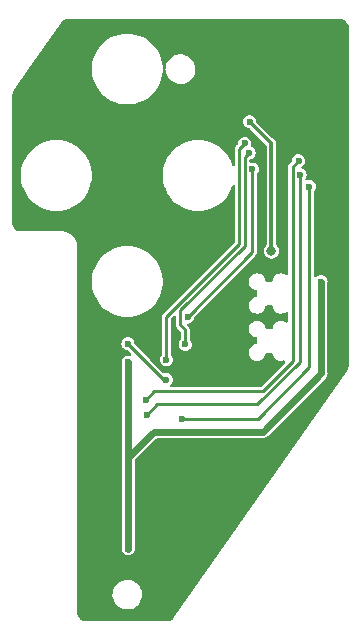
<source format=gbr>
%TF.GenerationSoftware,KiCad,Pcbnew,7.99.0-1.20230926git54171ec.fc37*%
%TF.CreationDate,2023-10-03T14:22:34+01:00*%
%TF.ProjectId,bugg-led-r5,62756767-2d6c-4656-942d-72352e6b6963,rev?*%
%TF.SameCoordinates,Original*%
%TF.FileFunction,Copper,L1,Top*%
%TF.FilePolarity,Positive*%
%FSLAX46Y46*%
G04 Gerber Fmt 4.6, Leading zero omitted, Abs format (unit mm)*
G04 Created by KiCad (PCBNEW 7.99.0-1.20230926git54171ec.fc37) date 2023-10-03 14:22:34*
%MOMM*%
%LPD*%
G01*
G04 APERTURE LIST*
%TA.AperFunction,ViaPad*%
%ADD10C,0.800000*%
%TD*%
%TA.AperFunction,ViaPad*%
%ADD11C,0.600000*%
%TD*%
%TA.AperFunction,Conductor*%
%ADD12C,0.300000*%
%TD*%
%TA.AperFunction,Conductor*%
%ADD13C,0.250000*%
%TD*%
%TA.AperFunction,Conductor*%
%ADD14C,0.600000*%
%TD*%
G04 APERTURE END LIST*
D10*
%TO.N,GND*%
X9525000Y3775000D03*
X16200000Y-5100000D03*
X16200000Y-4300000D03*
X13900000Y3525000D03*
X8925000Y-16175000D03*
D11*
%TO.N,+3V3*%
X10350000Y4550000D03*
D10*
X12200000Y-6400000D03*
D11*
%TO.N,Net-(LED201-GK)*%
X50000Y-14250000D03*
X3300000Y-17300000D03*
%TO.N,/LED1_B*%
X10600000Y550000D03*
X5125010Y-11974398D03*
%TO.N,/LED1_G*%
X4900000Y-14300000D03*
X10300000Y1900000D03*
%TO.N,/LED1_R*%
X9950000Y2700000D03*
X3300000Y-15600000D03*
%TO.N,/LED2_B*%
X15425010Y-950000D03*
X4650000Y-20600000D03*
%TO.N,/LED2_G*%
X14625010Y50000D03*
X1650000Y-20250000D03*
%TO.N,/LED2_R*%
X14500000Y1250000D03*
X1600000Y-19000000D03*
%TO.N,+5V*%
X100000Y-23850000D03*
X100000Y-15800000D03*
X100000Y-31600000D03*
X16400000Y-9000000D03*
%TD*%
D12*
%TO.N,+3V3*%
X12200000Y2700000D02*
X10350000Y4550000D01*
X12200000Y-6400000D02*
X12200000Y2700000D01*
D13*
%TO.N,Net-(LED201-GK)*%
X50000Y-14250000D02*
X3100000Y-17300000D01*
X3100000Y-17300000D02*
X3300000Y-17300000D01*
%TO.N,/LED1_B*%
X10600000Y-6499408D02*
X5125010Y-11974398D01*
X10600000Y550000D02*
X10600000Y-6499408D01*
%TO.N,/LED1_G*%
X4900000Y-14300000D02*
X4900000Y-13050000D01*
X4500000Y-11436411D02*
X9950011Y-5986400D01*
X4900000Y-13050000D02*
X4500000Y-12650000D01*
X4500000Y-12650000D02*
X4500000Y-11436411D01*
X9950011Y1550011D02*
X10300000Y1900000D01*
X9950011Y-5986400D02*
X9950011Y1550011D01*
%TO.N,/LED1_R*%
X9500000Y-5800000D02*
X3300000Y-12000000D01*
X9950000Y2700000D02*
X9500000Y2250000D01*
X3300000Y-12000000D02*
X3300000Y-15600000D01*
X9500000Y2250000D02*
X9500000Y-5800000D01*
%TO.N,/LED2_B*%
X11050000Y-20600000D02*
X15425010Y-16224990D01*
X15425010Y-16224990D02*
X15425010Y-950000D01*
X4650000Y-20600000D02*
X11050000Y-20600000D01*
%TO.N,/LED2_G*%
X2500000Y-19400000D02*
X10986410Y-19400000D01*
X10986410Y-19400000D02*
X14625010Y-15761400D01*
X14625010Y-15761400D02*
X14625010Y50000D01*
X1650000Y-20250000D02*
X2500000Y-19400000D01*
%TO.N,/LED2_R*%
X1600000Y-19000000D02*
X2300000Y-18300000D01*
X14000000Y-15750000D02*
X14000000Y750000D01*
X14000000Y750000D02*
X14500000Y1250000D01*
X11450000Y-18300000D02*
X14000000Y-15750000D01*
X2300000Y-18300000D02*
X11450000Y-18300000D01*
D14*
%TO.N,+5V*%
X16400000Y-16750000D02*
X16400000Y-9000000D01*
X2250000Y-21700000D02*
X11450000Y-21700000D01*
X100000Y-23850000D02*
X2250000Y-21700000D01*
X100000Y-31600000D02*
X100000Y-23850000D01*
X11450000Y-21700000D02*
X16400000Y-16750000D01*
X100000Y-23850000D02*
X100000Y-15800000D01*
%TD*%
%TA.AperFunction,Conductor*%
%TO.N,GND*%
G36*
X17945275Y13249408D02*
G01*
X17955567Y13249425D01*
X17955568Y13249425D01*
X17957237Y13249427D01*
X17996637Y13249493D01*
X18002825Y13249199D01*
X18133659Y13236513D01*
X18157932Y13231719D01*
X18274838Y13196407D01*
X18297706Y13186962D01*
X18405451Y13129489D01*
X18426034Y13115756D01*
X18520474Y13038332D01*
X18537976Y13020842D01*
X18615463Y12926457D01*
X18629209Y12905885D01*
X18686759Y12798175D01*
X18696219Y12775314D01*
X18731611Y12658436D01*
X18736423Y12634164D01*
X18749198Y12503333D01*
X18749496Y12497145D01*
X18749445Y12445559D01*
X18749500Y12444928D01*
X18749500Y-16058432D01*
X18749314Y-16063268D01*
X18741583Y-16163747D01*
X18738650Y-16182746D01*
X18717018Y-16275336D01*
X18711229Y-16293666D01*
X18675762Y-16381893D01*
X18667253Y-16399130D01*
X18615083Y-16487171D01*
X18612475Y-16491212D01*
X18582392Y-16534138D01*
X18582265Y-16534357D01*
X3983060Y-37384248D01*
X3982184Y-37385293D01*
X3952692Y-37427412D01*
X3948990Y-37432193D01*
X3865522Y-37529921D01*
X3848149Y-37546698D01*
X3754706Y-37621027D01*
X3734448Y-37634183D01*
X3628526Y-37689322D01*
X3606132Y-37698369D01*
X3491643Y-37732282D01*
X3467934Y-37736891D01*
X3376592Y-37745686D01*
X3339997Y-37749210D01*
X3333963Y-37749500D01*
X-3496906Y-37749500D01*
X-3503085Y-37749196D01*
X-3633866Y-37736315D01*
X-3658090Y-37731497D01*
X-3774948Y-37696049D01*
X-3797769Y-37686596D01*
X-3905457Y-37629035D01*
X-3925995Y-37615312D01*
X-4020384Y-37537849D01*
X-4037849Y-37520384D01*
X-4115312Y-37425995D01*
X-4129035Y-37405457D01*
X-4186596Y-37297769D01*
X-4196049Y-37274948D01*
X-4231497Y-37158090D01*
X-4236315Y-37133866D01*
X-4249196Y-37003085D01*
X-4249500Y-36996906D01*
X-4249500Y-35556330D01*
X-1254290Y-35556330D01*
X-1224075Y-35779387D01*
X-1154517Y-35993464D01*
X-1047852Y-36191681D01*
X-907508Y-36367666D01*
X-737996Y-36515765D01*
X-544764Y-36631215D01*
X-334024Y-36710307D01*
X-334019Y-36710307D01*
X-334019Y-36710308D01*
X-259184Y-36723888D01*
X-112547Y-36750500D01*
X-112546Y-36750500D01*
X56149Y-36750500D01*
X56155Y-36750500D01*
X213759Y-36736315D01*
X224189Y-36735377D01*
X224189Y-36735376D01*
X399507Y-36686991D01*
X441167Y-36675494D01*
X441167Y-36675493D01*
X441170Y-36675493D01*
X643973Y-36577829D01*
X826078Y-36445522D01*
X981632Y-36282825D01*
X1105635Y-36094968D01*
X1194103Y-35887988D01*
X1244191Y-35668537D01*
X1254290Y-35443670D01*
X1224075Y-35220613D01*
X1154517Y-35006536D01*
X1099897Y-34905035D01*
X1047855Y-34808324D01*
X1047851Y-34808317D01*
X907506Y-34632332D01*
X737998Y-34484237D01*
X737996Y-34484235D01*
X544764Y-34368785D01*
X334024Y-34289693D01*
X334019Y-34289691D01*
X144091Y-34255224D01*
X112547Y-34249500D01*
X-56155Y-34249500D01*
X-97870Y-34253254D01*
X-224189Y-34264622D01*
X-224189Y-34264623D01*
X-441167Y-34324505D01*
X-643968Y-34422168D01*
X-643976Y-34422173D01*
X-826078Y-34554478D01*
X-826079Y-34554479D01*
X-981630Y-34717172D01*
X-1041795Y-34808319D01*
X-1105635Y-34905032D01*
X-1194103Y-35112012D01*
X-1244191Y-35331463D01*
X-1254290Y-35556330D01*
X-4249500Y-35556330D01*
X-4249500Y-14250000D01*
X-505250Y-14250000D01*
X-486330Y-14393709D01*
X-453977Y-14471817D01*
X-430862Y-14527624D01*
X-342621Y-14642621D01*
X-227624Y-14730862D01*
X-181964Y-14749774D01*
X-93709Y-14786330D01*
X35479Y-14803338D01*
X100407Y-14832060D01*
X108128Y-14839165D01*
X310060Y-15041097D01*
X344086Y-15103409D01*
X339021Y-15174224D01*
X296474Y-15231060D01*
X229954Y-15255871D01*
X212366Y-15255898D01*
X166290Y-15252746D01*
X156710Y-15252091D01*
X152795Y-15251700D01*
X141558Y-15250221D01*
X100003Y-15244750D01*
X99999Y-15244750D01*
X95166Y-15245386D01*
X70138Y-15246169D01*
X62079Y-15245619D01*
X62078Y-15245619D01*
X62077Y-15245619D01*
X10212Y-15256396D01*
X5618Y-15257175D01*
X-43709Y-15263670D01*
X-43711Y-15263670D01*
X-51798Y-15267020D01*
X-74366Y-15273972D01*
X-86085Y-15276408D01*
X-130016Y-15299171D01*
X-134887Y-15301437D01*
X-177621Y-15319136D01*
X-177624Y-15319138D01*
X-177625Y-15319139D01*
X-187652Y-15326832D01*
X-206380Y-15338739D01*
X-220445Y-15346027D01*
X-254039Y-15377401D01*
X-258689Y-15381341D01*
X-292620Y-15407378D01*
X-302678Y-15420485D01*
X-316635Y-15435862D01*
X-331044Y-15449320D01*
X-335282Y-15456290D01*
X-353103Y-15485595D01*
X-356953Y-15491217D01*
X-372347Y-15511280D01*
X-380861Y-15522375D01*
X-380861Y-15522376D01*
X-380862Y-15522377D01*
X-388666Y-15541217D01*
X-397414Y-15558460D01*
X-409672Y-15578618D01*
X-415663Y-15600000D01*
X-420184Y-15616135D01*
X-422645Y-15623252D01*
X-436330Y-15656291D01*
X-439496Y-15680347D01*
X-443086Y-15697878D01*
X-450500Y-15724335D01*
X-450500Y-15724339D01*
X-450500Y-15759787D01*
X-451040Y-15768019D01*
X-455250Y-15799999D01*
X-455250Y-15800000D01*
X-451040Y-15831980D01*
X-450500Y-15840212D01*
X-450500Y-23809787D01*
X-451040Y-23818019D01*
X-455250Y-23849999D01*
X-455250Y-23858261D01*
X-455931Y-23858261D01*
X-455901Y-23860363D01*
X-455647Y-23860355D01*
X-455352Y-23868967D01*
X-455351Y-23868968D01*
X-455352Y-23868972D01*
X-452332Y-23886487D01*
X-450500Y-23907895D01*
X-450500Y-31559787D01*
X-451040Y-31568019D01*
X-455250Y-31600000D01*
X-450978Y-31632445D01*
X-450589Y-31636348D01*
X-450500Y-31637635D01*
X-450500Y-31637658D01*
X-446082Y-31669791D01*
X-445566Y-31673550D01*
X-443278Y-31690926D01*
X-436331Y-31743704D01*
X-436241Y-31744382D01*
X-435259Y-31749244D01*
X-435070Y-31749914D01*
X-435070Y-31749920D01*
X-406785Y-31815035D01*
X-380861Y-31877625D01*
X-380853Y-31877634D01*
X-377566Y-31883328D01*
X-375186Y-31888051D01*
X-374780Y-31888718D01*
X-374780Y-31888720D01*
X-331969Y-31941341D01*
X-292621Y-31992621D01*
X-292612Y-31992627D01*
X-286779Y-31998462D01*
X-287260Y-31998943D01*
X-285753Y-32000408D01*
X-285579Y-32000222D01*
X-279287Y-32006096D01*
X-279278Y-32006108D01*
X-226412Y-32043424D01*
X-177625Y-32080861D01*
X-177620Y-32080862D01*
X-170467Y-32084994D01*
X-170546Y-32085132D01*
X-155863Y-32093224D01*
X-155647Y-32093377D01*
X-99098Y-32113474D01*
X-96160Y-32114603D01*
X-43709Y-32136330D01*
X-42749Y-32136456D01*
X-16994Y-32142654D01*
X-13056Y-32144054D01*
X43298Y-32147908D01*
X47202Y-32148299D01*
X100000Y-32155250D01*
X100001Y-32155250D01*
X104823Y-32154615D01*
X129868Y-32153830D01*
X137921Y-32154381D01*
X189795Y-32143600D01*
X194357Y-32142826D01*
X243709Y-32136330D01*
X251795Y-32132980D01*
X274377Y-32126024D01*
X286085Y-32123592D01*
X330024Y-32100822D01*
X334887Y-32098562D01*
X377625Y-32080861D01*
X387652Y-32073165D01*
X406390Y-32061254D01*
X420447Y-32053971D01*
X454057Y-32022580D01*
X458673Y-32018669D01*
X492621Y-31992621D01*
X502681Y-31979509D01*
X516632Y-31964139D01*
X531044Y-31950680D01*
X553105Y-31914401D01*
X556952Y-31908781D01*
X580861Y-31877625D01*
X588668Y-31858774D01*
X597416Y-31841535D01*
X609672Y-31821382D01*
X620182Y-31783870D01*
X622644Y-31776750D01*
X624831Y-31771469D01*
X636330Y-31743709D01*
X639495Y-31719656D01*
X643087Y-31702116D01*
X650500Y-31675665D01*
X650500Y-31640212D01*
X651040Y-31631980D01*
X655250Y-31600000D01*
X655250Y-31599999D01*
X651040Y-31568019D01*
X650500Y-31559787D01*
X650500Y-24130214D01*
X670502Y-24062093D01*
X687405Y-24041119D01*
X2441119Y-22287405D01*
X2503431Y-22253379D01*
X2530214Y-22250500D01*
X11440603Y-22250500D01*
X11506826Y-22252762D01*
X11532730Y-22246448D01*
X11549772Y-22242296D01*
X11556116Y-22241090D01*
X11561444Y-22240357D01*
X11599920Y-22235070D01*
X11616225Y-22227986D01*
X11636590Y-22221138D01*
X11653852Y-22216933D01*
X11692402Y-22195256D01*
X11698167Y-22192394D01*
X11738720Y-22174780D01*
X11752506Y-22163563D01*
X11770264Y-22151477D01*
X11785759Y-22142766D01*
X11817033Y-22111490D01*
X11821805Y-22107184D01*
X11856108Y-22079278D01*
X11866360Y-22064752D01*
X11880197Y-22048326D01*
X14329497Y-19599026D01*
X16782604Y-17145920D01*
X16831043Y-17100681D01*
X16854015Y-17062903D01*
X16857650Y-17057563D01*
X16884361Y-17022342D01*
X16890880Y-17005809D01*
X16900437Y-16986566D01*
X16909672Y-16971382D01*
X16921603Y-16928795D01*
X16923649Y-16922710D01*
X16939876Y-16881564D01*
X16941694Y-16863879D01*
X16945704Y-16842779D01*
X16950500Y-16825665D01*
X16950500Y-16781452D01*
X16950831Y-16775004D01*
X16955352Y-16731029D01*
X16952332Y-16713511D01*
X16950500Y-16692104D01*
X16950500Y-9040212D01*
X16951040Y-9031980D01*
X16953285Y-9014926D01*
X16955250Y-9000000D01*
X16950978Y-8967553D01*
X16950589Y-8963652D01*
X16950500Y-8962362D01*
X16950500Y-8962342D01*
X16945566Y-8926450D01*
X16936330Y-8856291D01*
X16936329Y-8856290D01*
X16936241Y-8855617D01*
X16935263Y-8850770D01*
X16935070Y-8850085D01*
X16935070Y-8850080D01*
X16906785Y-8784964D01*
X16904157Y-8778618D01*
X16880864Y-8722380D01*
X16877561Y-8716660D01*
X16875192Y-8711957D01*
X16874781Y-8711282D01*
X16874780Y-8711281D01*
X16874780Y-8711280D01*
X16831969Y-8658658D01*
X16792621Y-8607379D01*
X16792620Y-8607378D01*
X16792616Y-8607373D01*
X16786783Y-8601540D01*
X16787260Y-8601062D01*
X16785751Y-8599595D01*
X16785581Y-8599778D01*
X16779276Y-8593890D01*
X16748710Y-8572315D01*
X16726412Y-8556575D01*
X16677625Y-8519139D01*
X16677617Y-8519135D01*
X16670474Y-8515011D01*
X16670553Y-8514874D01*
X16655875Y-8506784D01*
X16655646Y-8506622D01*
X16599148Y-8486542D01*
X16596139Y-8485385D01*
X16543710Y-8463670D01*
X16542737Y-8463542D01*
X16516998Y-8457346D01*
X16513064Y-8455947D01*
X16513053Y-8455945D01*
X16469536Y-8452968D01*
X16456707Y-8452091D01*
X16452798Y-8451700D01*
X16432957Y-8449088D01*
X16400003Y-8444750D01*
X16399999Y-8444750D01*
X16395166Y-8445386D01*
X16370138Y-8446169D01*
X16362079Y-8445619D01*
X16362078Y-8445619D01*
X16362076Y-8445619D01*
X16310210Y-8456396D01*
X16305617Y-8457174D01*
X16256287Y-8463670D01*
X16248200Y-8467020D01*
X16225633Y-8473972D01*
X16213914Y-8476408D01*
X16169988Y-8499168D01*
X16165112Y-8501437D01*
X16122375Y-8519138D01*
X16112345Y-8526835D01*
X16093618Y-8538740D01*
X16079554Y-8546027D01*
X16079551Y-8546029D01*
X16045956Y-8577404D01*
X16041308Y-8581342D01*
X16003218Y-8610572D01*
X15936999Y-8636176D01*
X15867450Y-8621914D01*
X15816651Y-8572315D01*
X15800510Y-8510613D01*
X15800510Y-1407704D01*
X15820512Y-1339583D01*
X15826537Y-1331013D01*
X15905871Y-1227625D01*
X15961340Y-1093709D01*
X15980260Y-950000D01*
X15961340Y-806291D01*
X15940849Y-756821D01*
X15905872Y-672375D01*
X15817631Y-557378D01*
X15702634Y-469137D01*
X15568719Y-413670D01*
X15425010Y-394750D01*
X15281302Y-413669D01*
X15249301Y-426924D01*
X15178711Y-434510D01*
X15115225Y-402729D01*
X15079000Y-341669D01*
X15081536Y-270718D01*
X15101125Y-233809D01*
X15105871Y-227625D01*
X15161340Y-93709D01*
X15180260Y50000D01*
X15161340Y193709D01*
X15126361Y278155D01*
X15105872Y327624D01*
X15017631Y442621D01*
X14902635Y530861D01*
X14821407Y564506D01*
X14766128Y609052D01*
X14743706Y676415D01*
X14761263Y745206D01*
X14792922Y780876D01*
X14892621Y857378D01*
X14980862Y972375D01*
X15015839Y1056821D01*
X15036330Y1106291D01*
X15055250Y1250000D01*
X15036330Y1393709D01*
X14991144Y1502800D01*
X14980862Y1527624D01*
X14892621Y1642621D01*
X14777624Y1730862D01*
X14716233Y1756290D01*
X14643709Y1786330D01*
X14500000Y1805250D01*
X14356291Y1786330D01*
X14306821Y1765839D01*
X14222375Y1730862D01*
X14107378Y1642621D01*
X14019137Y1527624D01*
X13963670Y1393709D01*
X13946661Y1264520D01*
X13917938Y1199593D01*
X13910834Y1191872D01*
X13771258Y1052296D01*
X13751080Y1035909D01*
X13742164Y1030084D01*
X13720392Y1002111D01*
X13715230Y996268D01*
X13712480Y993518D01*
X13712479Y993516D01*
X13712478Y993516D01*
X13698905Y974504D01*
X13665191Y931189D01*
X13665190Y931186D01*
X13665188Y931184D01*
X13661450Y924277D01*
X13657990Y917200D01*
X13657990Y917199D01*
X13642329Y864596D01*
X13629638Y827625D01*
X13624499Y812656D01*
X13623207Y804914D01*
X13622231Y797087D01*
X13624500Y742244D01*
X13624500Y-8339817D01*
X13604498Y-8407938D01*
X13550842Y-8454431D01*
X13480568Y-8464535D01*
X13426924Y-8443513D01*
X13327929Y-8375181D01*
X13327925Y-8375179D01*
X13168870Y-8314859D01*
X13042378Y-8299500D01*
X13042372Y-8299500D01*
X12957628Y-8299500D01*
X12957621Y-8299500D01*
X12831129Y-8314859D01*
X12672074Y-8375179D01*
X12672070Y-8375181D01*
X12532071Y-8471816D01*
X12532069Y-8471818D01*
X12419270Y-8599142D01*
X12419265Y-8599148D01*
X12340210Y-8749774D01*
X12340209Y-8749777D01*
X12299130Y-8916443D01*
X12263406Y-8977797D01*
X12200183Y-9010099D01*
X12151430Y-9009710D01*
X12101742Y-8999500D01*
X12101741Y-8999500D01*
X11949258Y-8999500D01*
X11949256Y-8999500D01*
X11835806Y-9011037D01*
X11766011Y-8998029D01*
X11714329Y-8949352D01*
X11700720Y-8915836D01*
X11659791Y-8749778D01*
X11659790Y-8749776D01*
X11659790Y-8749775D01*
X11580734Y-8599148D01*
X11564959Y-8581342D01*
X11467930Y-8471818D01*
X11467928Y-8471816D01*
X11327929Y-8375181D01*
X11327925Y-8375179D01*
X11168870Y-8314859D01*
X11042378Y-8299500D01*
X11042372Y-8299500D01*
X10957628Y-8299500D01*
X10957621Y-8299500D01*
X10831129Y-8314859D01*
X10672074Y-8375179D01*
X10672070Y-8375181D01*
X10532071Y-8471816D01*
X10532069Y-8471818D01*
X10419270Y-8599142D01*
X10419265Y-8599148D01*
X10340210Y-8749774D01*
X10340208Y-8749778D01*
X10299500Y-8914940D01*
X10299500Y-9085059D01*
X10340208Y-9250221D01*
X10340210Y-9250225D01*
X10419265Y-9400851D01*
X10419270Y-9400857D01*
X10532069Y-9528181D01*
X10532071Y-9528183D01*
X10672070Y-9624818D01*
X10672074Y-9624820D01*
X10765318Y-9660182D01*
X10831128Y-9685140D01*
X10898560Y-9693327D01*
X10963769Y-9721393D01*
X11003457Y-9780261D01*
X11005111Y-9841131D01*
X11006904Y-9841406D01*
X11005936Y-9847722D01*
X10995630Y-10050936D01*
X11012636Y-10161938D01*
X11003180Y-10232302D01*
X10957184Y-10286384D01*
X10903276Y-10306099D01*
X10831129Y-10314859D01*
X10672074Y-10375179D01*
X10672070Y-10375181D01*
X10532071Y-10471816D01*
X10532069Y-10471818D01*
X10419270Y-10599142D01*
X10419265Y-10599148D01*
X10340210Y-10749774D01*
X10340208Y-10749778D01*
X10299500Y-10914940D01*
X10299500Y-11085059D01*
X10340208Y-11250221D01*
X10340210Y-11250225D01*
X10419265Y-11400851D01*
X10419270Y-11400857D01*
X10532069Y-11528181D01*
X10532071Y-11528183D01*
X10672070Y-11624818D01*
X10672074Y-11624820D01*
X10761172Y-11658609D01*
X10831128Y-11685140D01*
X10957628Y-11700500D01*
X10957632Y-11700500D01*
X11042368Y-11700500D01*
X11042372Y-11700500D01*
X11168872Y-11685140D01*
X11327930Y-11624818D01*
X11467929Y-11528183D01*
X11580734Y-11400852D01*
X11659790Y-11250225D01*
X11700500Y-11085056D01*
X11700500Y-11085053D01*
X11700869Y-11083556D01*
X11736592Y-11022201D01*
X11799815Y-10989900D01*
X11848565Y-10990287D01*
X11898259Y-11000500D01*
X11898263Y-11000500D01*
X12050741Y-11000500D01*
X12050742Y-11000500D01*
X12050743Y-11000499D01*
X12050760Y-11000499D01*
X12138411Y-10991584D01*
X12164192Y-10988963D01*
X12233986Y-11001970D01*
X12285670Y-11050646D01*
X12299279Y-11084162D01*
X12340209Y-11250222D01*
X12340210Y-11250225D01*
X12419265Y-11400851D01*
X12419270Y-11400857D01*
X12532069Y-11528181D01*
X12532071Y-11528183D01*
X12672070Y-11624818D01*
X12672074Y-11624820D01*
X12761172Y-11658609D01*
X12831128Y-11685140D01*
X12957628Y-11700500D01*
X12957632Y-11700500D01*
X13042368Y-11700500D01*
X13042372Y-11700500D01*
X13168872Y-11685140D01*
X13327930Y-11624818D01*
X13426924Y-11556486D01*
X13494348Y-11534250D01*
X13563091Y-11551997D01*
X13611326Y-11604091D01*
X13624500Y-11660182D01*
X13624500Y-12339817D01*
X13604498Y-12407938D01*
X13550842Y-12454431D01*
X13480568Y-12464535D01*
X13426924Y-12443513D01*
X13327929Y-12375181D01*
X13327925Y-12375179D01*
X13168870Y-12314859D01*
X13042378Y-12299500D01*
X13042372Y-12299500D01*
X12957628Y-12299500D01*
X12957621Y-12299500D01*
X12831129Y-12314859D01*
X12672074Y-12375179D01*
X12672070Y-12375181D01*
X12532071Y-12471816D01*
X12532069Y-12471818D01*
X12419270Y-12599142D01*
X12419265Y-12599148D01*
X12340210Y-12749774D01*
X12340209Y-12749777D01*
X12299130Y-12916443D01*
X12263406Y-12977797D01*
X12200183Y-13010099D01*
X12151430Y-13009710D01*
X12101742Y-12999500D01*
X12101741Y-12999500D01*
X11949258Y-12999500D01*
X11949256Y-12999500D01*
X11835806Y-13011037D01*
X11766011Y-12998029D01*
X11714329Y-12949352D01*
X11700720Y-12915836D01*
X11659791Y-12749778D01*
X11659790Y-12749776D01*
X11659790Y-12749775D01*
X11580734Y-12599148D01*
X11579707Y-12597989D01*
X11467930Y-12471818D01*
X11467928Y-12471816D01*
X11327929Y-12375181D01*
X11327925Y-12375179D01*
X11168870Y-12314859D01*
X11042378Y-12299500D01*
X11042372Y-12299500D01*
X10957628Y-12299500D01*
X10957621Y-12299500D01*
X10831129Y-12314859D01*
X10672074Y-12375179D01*
X10672070Y-12375181D01*
X10532071Y-12471816D01*
X10532069Y-12471818D01*
X10419270Y-12599142D01*
X10419265Y-12599148D01*
X10340210Y-12749774D01*
X10340208Y-12749778D01*
X10299500Y-12914940D01*
X10299500Y-13085059D01*
X10340208Y-13250221D01*
X10340210Y-13250225D01*
X10419265Y-13400851D01*
X10419270Y-13400857D01*
X10532069Y-13528181D01*
X10532071Y-13528183D01*
X10672070Y-13624818D01*
X10672074Y-13624820D01*
X10765318Y-13660182D01*
X10831128Y-13685140D01*
X10898560Y-13693327D01*
X10963769Y-13721393D01*
X11003457Y-13780261D01*
X11005111Y-13841131D01*
X11006904Y-13841406D01*
X11005936Y-13847722D01*
X10995630Y-14050936D01*
X11012636Y-14161938D01*
X11003180Y-14232302D01*
X10957184Y-14286384D01*
X10903276Y-14306099D01*
X10831129Y-14314859D01*
X10672074Y-14375179D01*
X10672070Y-14375181D01*
X10532071Y-14471816D01*
X10532069Y-14471818D01*
X10419270Y-14599142D01*
X10419265Y-14599148D01*
X10340210Y-14749774D01*
X10340208Y-14749778D01*
X10299500Y-14914940D01*
X10299500Y-15085059D01*
X10340208Y-15250221D01*
X10340210Y-15250225D01*
X10419265Y-15400851D01*
X10419270Y-15400857D01*
X10532069Y-15528181D01*
X10532071Y-15528183D01*
X10672070Y-15624818D01*
X10672074Y-15624820D01*
X10761172Y-15658609D01*
X10831128Y-15685140D01*
X10957628Y-15700500D01*
X10957632Y-15700500D01*
X11042368Y-15700500D01*
X11042372Y-15700500D01*
X11168872Y-15685140D01*
X11327930Y-15624818D01*
X11467929Y-15528183D01*
X11580734Y-15400852D01*
X11659790Y-15250225D01*
X11700500Y-15085056D01*
X11700500Y-15085053D01*
X11700869Y-15083556D01*
X11736592Y-15022201D01*
X11799815Y-14989900D01*
X11848565Y-14990287D01*
X11898259Y-15000500D01*
X11898263Y-15000500D01*
X12050741Y-15000500D01*
X12050742Y-15000500D01*
X12050743Y-15000499D01*
X12050760Y-15000499D01*
X12138411Y-14991584D01*
X12164192Y-14988963D01*
X12233986Y-15001970D01*
X12285670Y-15050646D01*
X12299279Y-15084162D01*
X12340209Y-15250222D01*
X12340210Y-15250225D01*
X12419265Y-15400851D01*
X12419270Y-15400857D01*
X12532069Y-15528181D01*
X12532071Y-15528183D01*
X12672070Y-15624818D01*
X12672074Y-15624820D01*
X12761172Y-15658609D01*
X12831128Y-15685140D01*
X12957628Y-15700500D01*
X12957632Y-15700500D01*
X13042368Y-15700500D01*
X13042372Y-15700500D01*
X13080228Y-15695903D01*
X13168869Y-15685141D01*
X13168872Y-15685140D01*
X13207965Y-15670313D01*
X13278751Y-15664860D01*
X13341249Y-15698542D01*
X13375616Y-15760666D01*
X13370941Y-15831508D01*
X13341740Y-15877221D01*
X11331367Y-17887595D01*
X11269055Y-17921620D01*
X11242272Y-17924500D01*
X3761615Y-17924500D01*
X3693494Y-17904498D01*
X3647001Y-17850842D01*
X3636897Y-17780568D01*
X3666391Y-17715988D01*
X3684909Y-17698539D01*
X3692622Y-17692620D01*
X3780862Y-17577624D01*
X3807611Y-17513043D01*
X3836330Y-17443709D01*
X3855250Y-17300000D01*
X3836330Y-17156291D01*
X3813296Y-17100680D01*
X3780862Y-17022375D01*
X3692621Y-16907378D01*
X3577624Y-16819137D01*
X3443709Y-16763670D01*
X3300000Y-16744750D01*
X3163476Y-16762723D01*
X3093328Y-16751785D01*
X3057935Y-16726897D01*
X1931038Y-15600000D01*
X2744750Y-15600000D01*
X2763670Y-15743709D01*
X2819137Y-15877624D01*
X2907378Y-15992621D01*
X3022375Y-16080862D01*
X3106821Y-16115839D01*
X3156291Y-16136330D01*
X3300000Y-16155250D01*
X3443709Y-16136330D01*
X3528155Y-16101351D01*
X3577624Y-16080862D01*
X3692621Y-15992621D01*
X3780862Y-15877624D01*
X3806342Y-15816107D01*
X3836330Y-15743709D01*
X3855250Y-15600000D01*
X3836330Y-15456291D01*
X3804517Y-15379486D01*
X3780862Y-15322375D01*
X3701538Y-15218999D01*
X3675937Y-15152779D01*
X3675500Y-15142295D01*
X3675500Y-12207727D01*
X3695502Y-12139606D01*
X3712405Y-12118632D01*
X3909405Y-11921632D01*
X3971717Y-11887606D01*
X4042532Y-11892671D01*
X4099368Y-11935218D01*
X4124179Y-12001738D01*
X4124500Y-12010727D01*
X4124500Y-12597989D01*
X4121818Y-12623846D01*
X4119632Y-12634267D01*
X4121967Y-12652994D01*
X4124016Y-12669436D01*
X4124500Y-12677225D01*
X4124500Y-12681114D01*
X4128342Y-12704140D01*
X4135132Y-12758620D01*
X4137383Y-12766180D01*
X4139933Y-12773608D01*
X4166055Y-12821877D01*
X4190174Y-12871212D01*
X4194755Y-12877627D01*
X4199576Y-12883822D01*
X4233379Y-12914940D01*
X4239971Y-12921008D01*
X4487596Y-13168633D01*
X4521620Y-13230944D01*
X4524500Y-13257727D01*
X4524500Y-13842295D01*
X4504498Y-13910416D01*
X4498462Y-13918999D01*
X4419137Y-14022375D01*
X4363670Y-14156290D01*
X4344750Y-14299999D01*
X4344750Y-14300000D01*
X4363670Y-14443709D01*
X4419137Y-14577624D01*
X4507378Y-14692621D01*
X4622375Y-14780862D01*
X4706821Y-14815839D01*
X4756291Y-14836330D01*
X4900000Y-14855250D01*
X5043709Y-14836330D01*
X5128155Y-14801351D01*
X5177624Y-14780862D01*
X5292621Y-14692621D01*
X5380862Y-14577624D01*
X5401572Y-14527624D01*
X5436330Y-14443709D01*
X5455250Y-14300000D01*
X5436330Y-14156291D01*
X5415619Y-14106290D01*
X5380862Y-14022375D01*
X5301538Y-13918999D01*
X5275937Y-13852779D01*
X5275500Y-13842295D01*
X5275500Y-13102009D01*
X5278181Y-13076153D01*
X5280367Y-13065731D01*
X5275983Y-13030565D01*
X5275500Y-13022773D01*
X5275500Y-13018885D01*
X5271655Y-12995847D01*
X5264865Y-12941377D01*
X5264865Y-12941374D01*
X5264862Y-12941369D01*
X5262619Y-12933833D01*
X5260064Y-12926388D01*
X5233943Y-12878119D01*
X5217982Y-12845473D01*
X5209826Y-12828788D01*
X5209825Y-12828787D01*
X5205269Y-12822405D01*
X5200421Y-12816176D01*
X5160041Y-12779003D01*
X5116287Y-12735248D01*
X5082261Y-12672936D01*
X5087326Y-12602121D01*
X5129873Y-12545285D01*
X5188934Y-12521232D01*
X5268719Y-12510728D01*
X5402634Y-12455260D01*
X5517631Y-12367019D01*
X5605872Y-12252022D01*
X5645836Y-12155537D01*
X5661340Y-12118107D01*
X5678348Y-11988915D01*
X5707070Y-11923990D01*
X5714163Y-11916280D01*
X10828742Y-6801701D01*
X10848918Y-6785317D01*
X10857836Y-6779492D01*
X10879606Y-6751519D01*
X10884771Y-6745672D01*
X10887519Y-6742926D01*
X10901085Y-6723924D01*
X10934809Y-6680597D01*
X10934809Y-6680594D01*
X10938553Y-6673677D01*
X10942010Y-6666607D01*
X10957670Y-6614003D01*
X10975500Y-6562068D01*
X10975500Y-6562063D01*
X10976794Y-6554307D01*
X10977768Y-6546495D01*
X10975500Y-6491652D01*
X10975500Y92295D01*
X10995502Y160416D01*
X11001538Y168999D01*
X11080862Y272375D01*
X11115839Y356821D01*
X11136330Y406291D01*
X11155250Y550000D01*
X11136330Y693709D01*
X11093510Y797088D01*
X11080862Y827624D01*
X10992621Y942621D01*
X10877624Y1030862D01*
X10828155Y1051351D01*
X10743709Y1086330D01*
X10600000Y1105250D01*
X10467955Y1087865D01*
X10397810Y1098804D01*
X10344711Y1145931D01*
X10325511Y1212787D01*
X10325511Y1237609D01*
X10345513Y1305730D01*
X10399169Y1352223D01*
X10435058Y1362530D01*
X10443703Y1363668D01*
X10443710Y1363670D01*
X10577624Y1419137D01*
X10692621Y1507378D01*
X10780862Y1622375D01*
X10815839Y1706821D01*
X10836330Y1756291D01*
X10855250Y1900000D01*
X10836330Y2043709D01*
X10801351Y2128155D01*
X10780862Y2177624D01*
X10692621Y2292621D01*
X10686801Y2297087D01*
X10577625Y2380861D01*
X10554086Y2390610D01*
X10498806Y2435155D01*
X10476382Y2502518D01*
X10484624Y2548199D01*
X10484193Y2548315D01*
X10485576Y2553478D01*
X10485894Y2555239D01*
X10486330Y2556291D01*
X10505250Y2700000D01*
X10486330Y2843709D01*
X10447131Y2938345D01*
X10430862Y2977624D01*
X10342621Y3092621D01*
X10227624Y3180862D01*
X10178155Y3201351D01*
X10093709Y3236330D01*
X9950000Y3255250D01*
X9806291Y3236330D01*
X9756821Y3215839D01*
X9672375Y3180862D01*
X9557378Y3092621D01*
X9469137Y2977624D01*
X9413670Y2843709D01*
X9396661Y2714520D01*
X9367938Y2649593D01*
X9360834Y2641872D01*
X9271258Y2552296D01*
X9251080Y2535909D01*
X9242164Y2530084D01*
X9220392Y2502111D01*
X9215230Y2496268D01*
X9212480Y2493518D01*
X9212479Y2493516D01*
X9212478Y2493516D01*
X9204197Y2481916D01*
X9198905Y2474504D01*
X9165191Y2431189D01*
X9165190Y2431186D01*
X9165188Y2431184D01*
X9161450Y2424277D01*
X9157990Y2417200D01*
X9142329Y2364596D01*
X9124499Y2312656D01*
X9123207Y2304914D01*
X9122231Y2297087D01*
X9124500Y2242244D01*
X9124500Y902962D01*
X9104498Y834841D01*
X9050842Y788348D01*
X8980568Y778244D01*
X8915988Y807738D01*
X8880099Y859868D01*
X8831455Y993516D01*
X8759777Y1190451D01*
X8602913Y1502793D01*
X8410849Y1794811D01*
X8186183Y2062558D01*
X7931953Y2302412D01*
X7651596Y2511130D01*
X7348904Y2685889D01*
X7027971Y2824326D01*
X6693136Y2924569D01*
X6348927Y2985262D01*
X6087305Y3000500D01*
X5912695Y3000500D01*
X5651073Y2985262D01*
X5306864Y2924569D01*
X4972029Y2824326D01*
X4830859Y2763431D01*
X4683807Y2699999D01*
X4651096Y2685889D01*
X4348404Y2511130D01*
X4068047Y2302412D01*
X4068045Y2302410D01*
X3813813Y2062554D01*
X3677415Y1900000D01*
X3597911Y1805250D01*
X3589147Y1794806D01*
X3397091Y1502800D01*
X3397089Y1502796D01*
X3397087Y1502793D01*
X3240223Y1190451D01*
X3240221Y1190447D01*
X3240221Y1190446D01*
X3240219Y1190441D01*
X3120683Y862019D01*
X3120681Y862012D01*
X3120681Y862011D01*
X3112531Y827624D01*
X3040078Y521919D01*
X3040076Y521909D01*
X2999500Y174761D01*
X2999500Y-174761D01*
X3029860Y-434510D01*
X3040077Y-521914D01*
X3115867Y-841701D01*
X3120681Y-862010D01*
X3120683Y-862019D01*
X3240219Y-1190441D01*
X3240223Y-1190451D01*
X3349332Y-1407704D01*
X3397091Y-1502800D01*
X3589147Y-1794806D01*
X3813813Y-2062554D01*
X3813816Y-2062556D01*
X3813817Y-2062558D01*
X4068047Y-2302412D01*
X4348404Y-2511130D01*
X4651096Y-2685889D01*
X4972029Y-2824326D01*
X5306864Y-2924569D01*
X5651073Y-2985262D01*
X5912695Y-3000500D01*
X5912701Y-3000500D01*
X6087299Y-3000500D01*
X6087305Y-3000500D01*
X6348927Y-2985262D01*
X6693136Y-2924569D01*
X7027971Y-2824326D01*
X7348904Y-2685889D01*
X7651596Y-2511130D01*
X7931953Y-2302412D01*
X8186183Y-2062558D01*
X8410849Y-1794811D01*
X8602913Y-1502793D01*
X8759777Y-1190451D01*
X8879319Y-862011D01*
X8879319Y-862010D01*
X8880099Y-859868D01*
X8922193Y-802696D01*
X8988514Y-777358D01*
X9058006Y-791899D01*
X9108605Y-841701D01*
X9124500Y-902962D01*
X9124500Y-5592271D01*
X9104498Y-5660392D01*
X9087595Y-5681366D01*
X3071255Y-11697705D01*
X3051080Y-11714090D01*
X3042166Y-11719914D01*
X3042165Y-11719915D01*
X3020403Y-11747872D01*
X3015244Y-11753716D01*
X3012481Y-11756479D01*
X2998904Y-11775496D01*
X2965190Y-11818810D01*
X2961448Y-11825726D01*
X2957989Y-11832801D01*
X2942329Y-11885403D01*
X2924499Y-11937341D01*
X2923209Y-11945073D01*
X2922231Y-11952915D01*
X2924500Y-12007755D01*
X2924500Y-15142295D01*
X2904498Y-15210416D01*
X2898462Y-15218999D01*
X2819137Y-15322375D01*
X2763670Y-15456290D01*
X2744750Y-15599999D01*
X2744750Y-15600000D01*
X1931038Y-15600000D01*
X639165Y-14308127D01*
X605139Y-14245815D01*
X603338Y-14235479D01*
X602920Y-14232302D01*
X586330Y-14106291D01*
X563402Y-14050936D01*
X530862Y-13972375D01*
X442621Y-13857378D01*
X327624Y-13769137D01*
X193709Y-13713670D01*
X50000Y-13694750D01*
X-93709Y-13713670D01*
X-227624Y-13769137D01*
X-342621Y-13857378D01*
X-430862Y-13972375D01*
X-463402Y-14050936D01*
X-486330Y-14106291D01*
X-505250Y-14250000D01*
X-4249500Y-14250000D01*
X-4249500Y-9174759D01*
X-3000500Y-9174759D01*
X-2959923Y-9521914D01*
X-2879319Y-9862011D01*
X-2759777Y-10190451D01*
X-2602913Y-10502793D01*
X-2410849Y-10794811D01*
X-2186183Y-11062558D01*
X-1931953Y-11302412D01*
X-1651596Y-11511130D01*
X-1348904Y-11685889D01*
X-1027971Y-11824326D01*
X-693136Y-11924569D01*
X-348927Y-11985262D01*
X-87305Y-12000500D01*
X-87299Y-12000500D01*
X87299Y-12000500D01*
X87305Y-12000500D01*
X348927Y-11985262D01*
X693136Y-11924569D01*
X1027971Y-11824326D01*
X1348904Y-11685889D01*
X1651596Y-11511130D01*
X1931953Y-11302412D01*
X2186183Y-11062558D01*
X2410849Y-10794811D01*
X2602913Y-10502793D01*
X2759777Y-10190451D01*
X2879319Y-9862011D01*
X2959923Y-9521914D01*
X3000500Y-9174759D01*
X3000500Y-8825241D01*
X2995792Y-8784964D01*
X2976734Y-8621914D01*
X2959923Y-8478086D01*
X2879319Y-8137989D01*
X2759777Y-7809549D01*
X2602913Y-7497207D01*
X2410849Y-7205189D01*
X2281049Y-7050499D01*
X2186186Y-6937445D01*
X1931954Y-6697589D01*
X1909128Y-6680596D01*
X1651596Y-6488870D01*
X1497674Y-6400003D01*
X1348906Y-6314112D01*
X1348901Y-6314109D01*
X1027978Y-6175677D01*
X1027977Y-6175676D01*
X1027971Y-6175674D01*
X693136Y-6075431D01*
X348927Y-6014738D01*
X348922Y-6014737D01*
X348916Y-6014737D01*
X216290Y-6007012D01*
X87305Y-5999500D01*
X-87305Y-5999500D01*
X-216290Y-6007012D01*
X-348916Y-6014737D01*
X-348922Y-6014737D01*
X-348927Y-6014738D01*
X-693136Y-6075431D01*
X-1027971Y-6175674D01*
X-1027977Y-6175676D01*
X-1027978Y-6175677D01*
X-1348901Y-6314109D01*
X-1348906Y-6314112D01*
X-1497674Y-6400003D01*
X-1651596Y-6488870D01*
X-1909128Y-6680596D01*
X-1931954Y-6697589D01*
X-2186186Y-6937445D01*
X-2281049Y-7050499D01*
X-2410849Y-7205189D01*
X-2602913Y-7497207D01*
X-2759777Y-7809549D01*
X-2879319Y-8137989D01*
X-2959923Y-8478086D01*
X-2976734Y-8621914D01*
X-2995792Y-8784964D01*
X-3000500Y-8825241D01*
X-3000500Y-9174759D01*
X-4249500Y-9174759D01*
X-4249500Y-5901587D01*
X-4257072Y-5853780D01*
X-4280291Y-5707174D01*
X-4280291Y-5707173D01*
X-4280292Y-5707168D01*
X-4341114Y-5519978D01*
X-4341117Y-5519972D01*
X-4430478Y-5344591D01*
X-4546173Y-5185351D01*
X-4685351Y-5046173D01*
X-4844591Y-4930478D01*
X-5019972Y-4841117D01*
X-5019978Y-4841114D01*
X-5207168Y-4780292D01*
X-5207174Y-4780291D01*
X-5401584Y-4749500D01*
X-5401587Y-4749500D01*
X-8996448Y-4749500D01*
X-9002667Y-4749192D01*
X-9133468Y-4736224D01*
X-9157662Y-4731398D01*
X-9274557Y-4695886D01*
X-9297350Y-4686437D01*
X-9405079Y-4628827D01*
X-9425593Y-4615118D01*
X-9520036Y-4537613D01*
X-9537485Y-4520168D01*
X-9615009Y-4425750D01*
X-9628723Y-4405240D01*
X-9686360Y-4297525D01*
X-9695815Y-4274736D01*
X-9731359Y-4157848D01*
X-9736191Y-4133653D01*
X-9749191Y-4002861D01*
X-9749500Y-3996626D01*
X-9749500Y-174759D01*
X-9000500Y-174759D01*
X-8959923Y-521914D01*
X-8879319Y-862011D01*
X-8759777Y-1190451D01*
X-8602913Y-1502793D01*
X-8410849Y-1794811D01*
X-8186183Y-2062558D01*
X-7931953Y-2302412D01*
X-7651596Y-2511130D01*
X-7348904Y-2685889D01*
X-7027971Y-2824326D01*
X-6693136Y-2924569D01*
X-6348927Y-2985262D01*
X-6087305Y-3000500D01*
X-6087299Y-3000500D01*
X-5912701Y-3000500D01*
X-5912695Y-3000500D01*
X-5651073Y-2985262D01*
X-5306864Y-2924569D01*
X-4972029Y-2824326D01*
X-4651096Y-2685889D01*
X-4348404Y-2511130D01*
X-4068047Y-2302412D01*
X-3813817Y-2062558D01*
X-3813816Y-2062556D01*
X-3813813Y-2062554D01*
X-3589147Y-1794806D01*
X-3397091Y-1502800D01*
X-3349332Y-1407704D01*
X-3240223Y-1190451D01*
X-3240219Y-1190441D01*
X-3120683Y-862019D01*
X-3120681Y-862010D01*
X-3115867Y-841701D01*
X-3040077Y-521914D01*
X-3029860Y-434510D01*
X-2999500Y-174761D01*
X-2999500Y174761D01*
X-3040076Y521909D01*
X-3040078Y521919D01*
X-3112531Y827624D01*
X-3120681Y862011D01*
X-3120681Y862012D01*
X-3120683Y862019D01*
X-3240219Y1190441D01*
X-3240221Y1190446D01*
X-3240221Y1190447D01*
X-3240223Y1190451D01*
X-3397087Y1502793D01*
X-3397089Y1502796D01*
X-3397091Y1502800D01*
X-3589147Y1794806D01*
X-3597911Y1805250D01*
X-3677415Y1900000D01*
X-3813813Y2062554D01*
X-4068045Y2302410D01*
X-4068047Y2302412D01*
X-4348404Y2511130D01*
X-4651096Y2685889D01*
X-4683807Y2699999D01*
X-4830859Y2763431D01*
X-4972029Y2824326D01*
X-5306864Y2924569D01*
X-5651073Y2985262D01*
X-5912695Y3000500D01*
X-6087305Y3000500D01*
X-6348927Y2985262D01*
X-6693136Y2924569D01*
X-7027971Y2824326D01*
X-7348904Y2685889D01*
X-7651596Y2511130D01*
X-7931953Y2302412D01*
X-8186183Y2062558D01*
X-8410849Y1794811D01*
X-8602913Y1502793D01*
X-8759777Y1190451D01*
X-8879319Y862011D01*
X-8959923Y521914D01*
X-9000500Y174759D01*
X-9000500Y-174759D01*
X-9749500Y-174759D01*
X-9749500Y4549999D01*
X9794750Y4549999D01*
X9813670Y4406290D01*
X9869137Y4272375D01*
X9957378Y4157378D01*
X10072375Y4069137D01*
X10206289Y4013670D01*
X10206291Y4013669D01*
X10294764Y4002021D01*
X10359691Y3973297D01*
X10367411Y3966194D01*
X11762595Y2571011D01*
X11796620Y2508699D01*
X11799500Y2481916D01*
X11799500Y-5829044D01*
X11779498Y-5897165D01*
X11757054Y-5923356D01*
X11709515Y-5965472D01*
X11619783Y-6095470D01*
X11619782Y-6095473D01*
X11563761Y-6243184D01*
X11544722Y-6399996D01*
X11544722Y-6400003D01*
X11563761Y-6556815D01*
X11565754Y-6562069D01*
X11619780Y-6704523D01*
X11619781Y-6704525D01*
X11619782Y-6704526D01*
X11619783Y-6704529D01*
X11680480Y-6792463D01*
X11709517Y-6834530D01*
X11827760Y-6939283D01*
X11967635Y-7012696D01*
X11967636Y-7012696D01*
X11967638Y-7012697D01*
X12044325Y-7031598D01*
X12121015Y-7050500D01*
X12121017Y-7050500D01*
X12278983Y-7050500D01*
X12278985Y-7050500D01*
X12432365Y-7012696D01*
X12572240Y-6939283D01*
X12690483Y-6834530D01*
X12780220Y-6704523D01*
X12836237Y-6556818D01*
X12836237Y-6556817D01*
X12836238Y-6556815D01*
X12855278Y-6400003D01*
X12855278Y-6399996D01*
X12836238Y-6243184D01*
X12828392Y-6222498D01*
X12780220Y-6095477D01*
X12780216Y-6095472D01*
X12780216Y-6095470D01*
X12690484Y-5965472D01*
X12690483Y-5965470D01*
X12642945Y-5923355D01*
X12605221Y-5863211D01*
X12600500Y-5829044D01*
X12600500Y2763431D01*
X12600500Y2763433D01*
X12593700Y2784360D01*
X12589088Y2803569D01*
X12585646Y2825304D01*
X12575655Y2844910D01*
X12568095Y2863161D01*
X12561296Y2884090D01*
X12548362Y2901891D01*
X12538034Y2918746D01*
X12528050Y2938342D01*
X12512673Y2953717D01*
X12512667Y2953726D01*
X12285531Y3180862D01*
X10933801Y4532590D01*
X10899779Y4594899D01*
X10897977Y4605237D01*
X10886330Y4693709D01*
X10830862Y4827624D01*
X10742621Y4942621D01*
X10627624Y5030862D01*
X10578155Y5051351D01*
X10493709Y5086330D01*
X10350000Y5105250D01*
X10206291Y5086330D01*
X10156821Y5065839D01*
X10072375Y5030862D01*
X9957378Y4942621D01*
X9869137Y4827624D01*
X9813670Y4693709D01*
X9794750Y4550000D01*
X9794750Y4549999D01*
X-9749500Y4549999D01*
X-9749500Y6732332D01*
X-9749431Y6733121D01*
X-9749437Y6785491D01*
X-9749254Y6790297D01*
X-9741454Y6892442D01*
X-9738532Y6911443D01*
X-9716923Y7004174D01*
X-9711148Y7022500D01*
X-9675682Y7110872D01*
X-9667185Y7128108D01*
X-9615014Y7216265D01*
X-9612402Y7220317D01*
X-8488590Y8825241D01*
X-3000500Y8825241D01*
X-2959923Y8478086D01*
X-2879319Y8137989D01*
X-2759777Y7809549D01*
X-2602913Y7497207D01*
X-2602908Y7497200D01*
X-2602908Y7497199D01*
X-2410852Y7205193D01*
X-2250055Y7013561D01*
X-2186183Y6937442D01*
X-1931953Y6697588D01*
X-1651596Y6488870D01*
X-1651585Y6488863D01*
X-1651584Y6488863D01*
X-1348906Y6314112D01*
X-1348901Y6314109D01*
X-1027978Y6175677D01*
X-1027971Y6175674D01*
X-693136Y6075431D01*
X-348927Y6014738D01*
X-348922Y6014737D01*
X-348916Y6014737D01*
X-216290Y6007012D01*
X-87305Y5999500D01*
X-87299Y5999500D01*
X87299Y5999500D01*
X87305Y5999500D01*
X216290Y6007012D01*
X348916Y6014737D01*
X348922Y6014737D01*
X348927Y6014738D01*
X693136Y6075431D01*
X1027971Y6175674D01*
X1027978Y6175677D01*
X1348901Y6314109D01*
X1348906Y6314112D01*
X1651584Y6488863D01*
X1651585Y6488863D01*
X1651596Y6488870D01*
X1931953Y6697588D01*
X2186183Y6937442D01*
X2250055Y7013561D01*
X2410852Y7205193D01*
X2602908Y7497199D01*
X2602908Y7497200D01*
X2602913Y7497207D01*
X2759777Y7809549D01*
X2879319Y8137989D01*
X2959923Y8478086D01*
X3000500Y8825241D01*
X3000500Y8885050D01*
X3020502Y8953171D01*
X3063832Y8990717D01*
X3186144Y8990717D01*
X3209012Y8980274D01*
X3247396Y8920548D01*
X3251360Y8901963D01*
X3275925Y8720609D01*
X3345484Y8506532D01*
X3452144Y8308324D01*
X3452148Y8308317D01*
X3592493Y8132332D01*
X3762001Y7984237D01*
X3955235Y7868785D01*
X4165980Y7789691D01*
X4359841Y7754510D01*
X4387453Y7749500D01*
X4387454Y7749500D01*
X4556151Y7749500D01*
X4556155Y7749500D01*
X4597870Y7753254D01*
X4724189Y7764622D01*
X4724189Y7764623D01*
X4941167Y7824505D01*
X5143968Y7922168D01*
X5143976Y7922173D01*
X5326078Y8054478D01*
X5326079Y8054479D01*
X5481630Y8217172D01*
X5605632Y8405027D01*
X5605632Y8405028D01*
X5605635Y8405032D01*
X5694103Y8612012D01*
X5744191Y8831463D01*
X5754290Y9056330D01*
X5724075Y9279387D01*
X5654517Y9493464D01*
X5547852Y9691681D01*
X5407508Y9867666D01*
X5237996Y10015765D01*
X5044764Y10131215D01*
X4834024Y10210307D01*
X4834019Y10210307D01*
X4834019Y10210308D01*
X4695885Y10235376D01*
X4612547Y10250500D01*
X4443845Y10250500D01*
X4296669Y10237254D01*
X4275810Y10235377D01*
X4275810Y10235376D01*
X4184978Y10210308D01*
X4058832Y10175494D01*
X4058830Y10175493D01*
X3856027Y10077829D01*
X3856023Y10077826D01*
X3673921Y9945521D01*
X3673920Y9945520D01*
X3518369Y9782827D01*
X3394367Y9594972D01*
X3394363Y9594964D01*
X3305897Y9387988D01*
X3305896Y9387986D01*
X3255809Y9168538D01*
X3255809Y9168536D01*
X3252373Y9092029D01*
X3229335Y9024874D01*
X3186144Y8990717D01*
X3063832Y8990717D01*
X3066175Y8992747D01*
X3039798Y9006255D01*
X3004133Y9067644D01*
X3000500Y9097682D01*
X3000500Y9174761D01*
X2963248Y9493464D01*
X2959923Y9521914D01*
X2879319Y9862011D01*
X2759777Y10190451D01*
X2602913Y10502793D01*
X2410849Y10794811D01*
X2186183Y11062558D01*
X1931953Y11302412D01*
X1651596Y11511130D01*
X1348904Y11685889D01*
X1027971Y11824326D01*
X693136Y11924569D01*
X348927Y11985262D01*
X87305Y12000500D01*
X-87305Y12000500D01*
X-348927Y11985262D01*
X-693136Y11924569D01*
X-1027971Y11824326D01*
X-1348904Y11685889D01*
X-1651596Y11511130D01*
X-1931953Y11302412D01*
X-2186183Y11062558D01*
X-2410849Y10794811D01*
X-2602913Y10502793D01*
X-2759777Y10190451D01*
X-2879319Y9862011D01*
X-2959923Y9521914D01*
X-3000500Y9174759D01*
X-3000500Y8825241D01*
X-8488590Y8825241D01*
X-5616091Y12927477D01*
X-5612389Y12932258D01*
X-5529218Y13029641D01*
X-5511842Y13046420D01*
X-5418244Y13120870D01*
X-5397988Y13134024D01*
X-5291904Y13189248D01*
X-5269510Y13198296D01*
X-5154836Y13232264D01*
X-5131127Y13236873D01*
X-5022023Y13247379D01*
X-5003010Y13249210D01*
X-4996971Y13249500D01*
X-4955830Y13249500D01*
X17944217Y13249500D01*
X17945275Y13249408D01*
G37*
%TD.AperFunction*%
%TD*%
M02*

</source>
